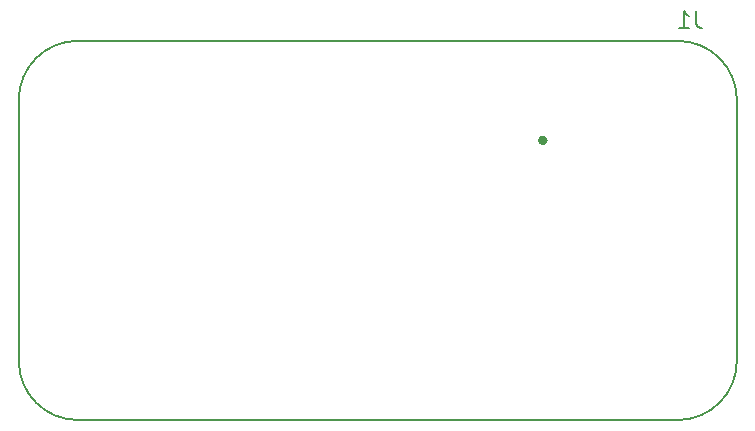
<source format=gbr>
%TF.GenerationSoftware,KiCad,Pcbnew,(6.0.1)*%
%TF.CreationDate,2022-08-22T15:29:29+03:00*%
%TF.ProjectId,Input Connector,496e7075-7420-4436-9f6e-6e6563746f72,rev?*%
%TF.SameCoordinates,Original*%
%TF.FileFunction,Legend,Bot*%
%TF.FilePolarity,Positive*%
%FSLAX46Y46*%
G04 Gerber Fmt 4.6, Leading zero omitted, Abs format (unit mm)*
G04 Created by KiCad (PCBNEW (6.0.1)) date 2022-08-22 15:29:29*
%MOMM*%
%LPD*%
G01*
G04 APERTURE LIST*
%ADD10C,0.150000*%
%ADD11C,0.127000*%
%ADD12C,0.400000*%
G04 APERTURE END LIST*
D10*
%TO.C,J1*%
X164843983Y-65528207D02*
X164843983Y-66528404D01*
X164910663Y-66728443D01*
X165044023Y-66861803D01*
X165244062Y-66928483D01*
X165377422Y-66928483D01*
X163443707Y-66928483D02*
X164243865Y-66928483D01*
X163843786Y-66928483D02*
X163843786Y-65528207D01*
X163977146Y-65728246D01*
X164110505Y-65861606D01*
X164243865Y-65928286D01*
D11*
X107522000Y-95124000D02*
X107522000Y-73024000D01*
X112522000Y-68024000D02*
X163322000Y-68024000D01*
X168322000Y-73024000D02*
X168322000Y-95124000D01*
X163322000Y-100124000D02*
X112522000Y-100124000D01*
X163322000Y-100124000D02*
G75*
G03*
X168322000Y-95124000I0J5000000D01*
G01*
X112522000Y-68024000D02*
G75*
G03*
X107522000Y-73024000I0J-5000000D01*
G01*
X107522000Y-95124000D02*
G75*
G03*
X112522000Y-100124000I5000000J0D01*
G01*
X168322000Y-73024000D02*
G75*
G03*
X163322000Y-68024000I-5000000J0D01*
G01*
D12*
X152092000Y-76454000D02*
G75*
G03*
X152092000Y-76454000I-200000J0D01*
G01*
%TD*%
M02*

</source>
